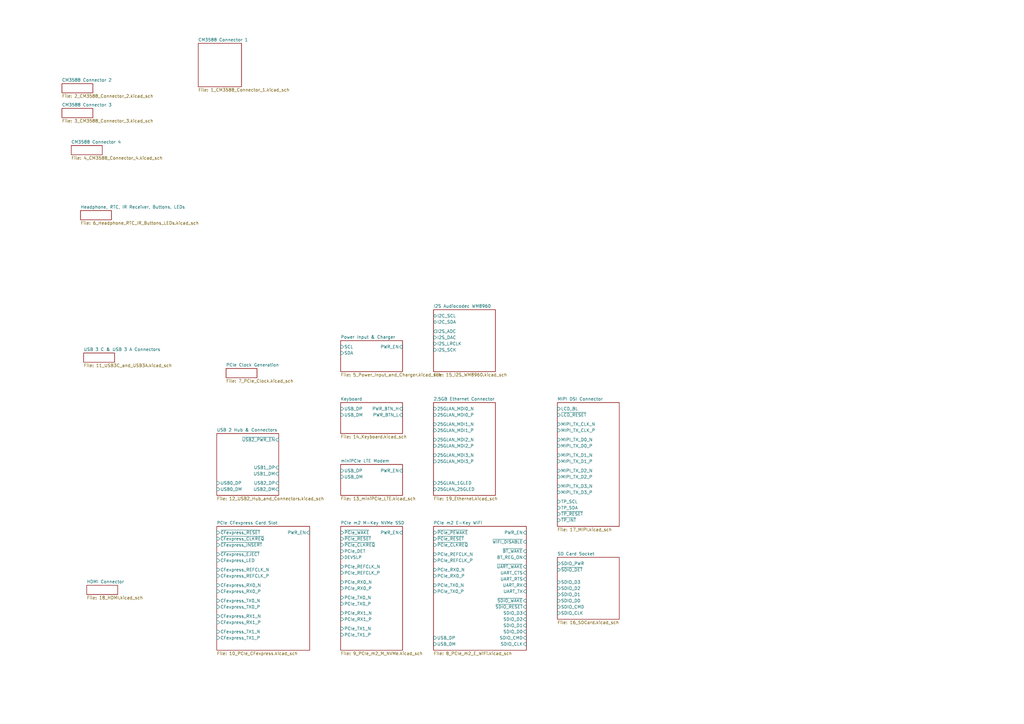
<source format=kicad_sch>
(kicad_sch
	(version 20250114)
	(generator "eeschema")
	(generator_version "9.0")
	(uuid "e8df7ad4-0398-46fe-8df2-22f014c5f1dd")
	(paper "A3")
	(lib_symbols)
	(sheet
		(at 139.7 139.7)
		(size 25.4 12.7)
		(exclude_from_sim no)
		(in_bom yes)
		(on_board yes)
		(dnp no)
		(fields_autoplaced yes)
		(stroke
			(width 0.1524)
			(type solid)
		)
		(fill
			(color 0 0 0 0.0000)
		)
		(uuid "07fa1f4a-4f08-4a00-b91a-2935c9cd6246")
		(property "Sheetname" "Power Input & Charger"
			(at 139.7 138.9884 0)
			(effects
				(font
					(size 1.27 1.27)
				)
				(justify left bottom)
			)
		)
		(property "Sheetfile" "5_Power_Input_and_Charger.kicad_sch"
			(at 139.7 152.9846 0)
			(effects
				(font
					(size 1.27 1.27)
				)
				(justify left top)
			)
		)
		(pin "PWR_EN" input
			(at 165.1 142.24 0)
			(uuid "9c746257-343a-4bac-822d-dd7b5936e7a1")
			(effects
				(font
					(size 1.27 1.27)
				)
				(justify right)
			)
		)
		(pin "SCL" input
			(at 139.7 142.24 180)
			(uuid "97597e3d-8706-412e-9b3a-870d0d1f1565")
			(effects
				(font
					(size 1.27 1.27)
				)
				(justify left)
			)
		)
		(pin "SDA" input
			(at 139.7 144.78 180)
			(uuid "b0cdbb2f-2e01-4b55-89c5-2a1808426770")
			(effects
				(font
					(size 1.27 1.27)
				)
				(justify left)
			)
		)
		(instances
			(project "mainboard"
				(path "/e8df7ad4-0398-46fe-8df2-22f014c5f1dd"
					(page "5")
				)
			)
		)
	)
	(sheet
		(at 81.28 17.78)
		(size 17.78 17.78)
		(exclude_from_sim no)
		(in_bom yes)
		(on_board yes)
		(dnp no)
		(fields_autoplaced yes)
		(stroke
			(width 0.1524)
			(type solid)
		)
		(fill
			(color 0 0 0 0.0000)
		)
		(uuid "179b20ca-7cf4-4c76-8c3b-b8b4c6c25c72")
		(property "Sheetname" "CM3588 Connector 1"
			(at 81.28 17.0684 0)
			(effects
				(font
					(size 1.27 1.27)
				)
				(justify left bottom)
			)
		)
		(property "Sheetfile" "1_CM3588_Connector_1.kicad_sch"
			(at 81.28 36.1446 0)
			(effects
				(font
					(size 1.27 1.27)
				)
				(justify left top)
			)
		)
		(instances
			(project "mainboard"
				(path "/e8df7ad4-0398-46fe-8df2-22f014c5f1dd"
					(page "1")
				)
			)
		)
	)
	(sheet
		(at 35.56 240.03)
		(size 12.7 3.81)
		(exclude_from_sim no)
		(in_bom yes)
		(on_board yes)
		(dnp no)
		(fields_autoplaced yes)
		(stroke
			(width 0.1524)
			(type solid)
		)
		(fill
			(color 0 0 0 0.0000)
		)
		(uuid "18d9dc9f-f158-4b8c-8c03-4e0e0e17c019")
		(property "Sheetname" "HDMI Connector"
			(at 35.56 239.3184 0)
			(effects
				(font
					(size 1.27 1.27)
				)
				(justify left bottom)
			)
		)
		(property "Sheetfile" "18_HDMI.kicad_sch"
			(at 35.56 244.4246 0)
			(effects
				(font
					(size 1.27 1.27)
				)
				(justify left top)
			)
		)
		(instances
			(project "mainboard"
				(path "/e8df7ad4-0398-46fe-8df2-22f014c5f1dd"
					(page "18")
				)
			)
		)
	)
	(sheet
		(at 92.71 151.13)
		(size 12.7 3.81)
		(exclude_from_sim no)
		(in_bom yes)
		(on_board yes)
		(dnp no)
		(fields_autoplaced yes)
		(stroke
			(width 0.1524)
			(type solid)
		)
		(fill
			(color 0 0 0 0.0000)
		)
		(uuid "484c6dee-af44-4b63-a825-46ce928312ff")
		(property "Sheetname" "PCIe Clock Generation"
			(at 92.71 150.4184 0)
			(effects
				(font
					(size 1.27 1.27)
				)
				(justify left bottom)
			)
		)
		(property "Sheetfile" "7_PCIe_Clock.kicad_sch"
			(at 92.71 155.5246 0)
			(effects
				(font
					(size 1.27 1.27)
				)
				(justify left top)
			)
		)
		(instances
			(project "mainboard"
				(path "/e8df7ad4-0398-46fe-8df2-22f014c5f1dd"
					(page "7")
				)
			)
		)
	)
	(sheet
		(at 139.7 215.9)
		(size 25.4 50.8)
		(exclude_from_sim no)
		(in_bom yes)
		(on_board yes)
		(dnp no)
		(fields_autoplaced yes)
		(stroke
			(width 0.1524)
			(type solid)
		)
		(fill
			(color 0 0 0 0.0000)
		)
		(uuid "6669fa1e-f015-4347-b375-5371b2a452c4")
		(property "Sheetname" "PCIe m2 M-Key NVMe SSD"
			(at 139.7 215.1884 0)
			(effects
				(font
					(size 1.27 1.27)
				)
				(justify left bottom)
			)
		)
		(property "Sheetfile" "9_PCIe_m2_M_NVMe.kicad_sch"
			(at 139.7 267.2846 0)
			(effects
				(font
					(size 1.27 1.27)
				)
				(justify left top)
			)
		)
		(pin "DEVSLP" input
			(at 139.7 228.6 180)
			(uuid "8250a307-5bfc-45cd-bcc1-a8e3b110935a")
			(effects
				(font
					(size 1.27 1.27)
				)
				(justify left)
			)
		)
		(pin "PCIe_DET" input
			(at 139.7 226.06 180)
			(uuid "5d36ab89-ee9c-45f1-9c8f-411f04604c30")
			(effects
				(font
					(size 1.27 1.27)
				)
				(justify left)
			)
		)
		(pin "PCIe_REFCLK_N" input
			(at 139.7 232.41 180)
			(uuid "456707b3-ef8a-449b-b780-e7ea84c2fe0f")
			(effects
				(font
					(size 1.27 1.27)
				)
				(justify left)
			)
		)
		(pin "PCIe_REFCLK_P" input
			(at 139.7 234.95 180)
			(uuid "3a6e22a8-1c33-4ccb-8634-0656c7ed4f73")
			(effects
				(font
					(size 1.27 1.27)
				)
				(justify left)
			)
		)
		(pin "PCIe_RX0_N" input
			(at 139.7 238.76 180)
			(uuid "b36f63ee-dda5-4273-8749-7e370dc55816")
			(effects
				(font
					(size 1.27 1.27)
				)
				(justify left)
			)
		)
		(pin "PCIe_RX0_P" input
			(at 139.7 241.3 180)
			(uuid "79078436-955e-4ba2-b5e9-f0115e164c7e")
			(effects
				(font
					(size 1.27 1.27)
				)
				(justify left)
			)
		)
		(pin "PCIe_RX1_N" input
			(at 139.7 251.46 180)
			(uuid "ab0b778b-3805-4636-8b20-f9d4a643390a")
			(effects
				(font
					(size 1.27 1.27)
				)
				(justify left)
			)
		)
		(pin "PCIe_RX1_P" input
			(at 139.7 254 180)
			(uuid "e44f8fa1-d1ae-449a-b73e-ebcffea75acf")
			(effects
				(font
					(size 1.27 1.27)
				)
				(justify left)
			)
		)
		(pin "PCIe_TX0_N" input
			(at 139.7 245.11 180)
			(uuid "8df59557-ebe2-4399-86e1-76227324d036")
			(effects
				(font
					(size 1.27 1.27)
				)
				(justify left)
			)
		)
		(pin "PCIe_TX0_P" input
			(at 139.7 247.65 180)
			(uuid "a3983adb-1f39-45d9-9b6c-038ef2f9cafd")
			(effects
				(font
					(size 1.27 1.27)
				)
				(justify left)
			)
		)
		(pin "PCIe_TX1_N" input
			(at 139.7 257.81 180)
			(uuid "812bc123-58af-4285-8223-066e31c940f8")
			(effects
				(font
					(size 1.27 1.27)
				)
				(justify left)
			)
		)
		(pin "PCIe_TX1_P" input
			(at 139.7 260.35 180)
			(uuid "5b162702-1ec8-4c70-9286-ab9a493e8c20")
			(effects
				(font
					(size 1.27 1.27)
				)
				(justify left)
			)
		)
		(pin "~{PCIe_CLKREQ}" input
			(at 139.7 223.52 180)
			(uuid "2fdb73b0-335b-4c65-a8b9-7614e14944c7")
			(effects
				(font
					(size 1.27 1.27)
				)
				(justify left)
			)
		)
		(pin "~{PCIe_RESET}" input
			(at 139.7 220.98 180)
			(uuid "2235e878-ea99-4ca6-8bc4-70d78ace0891")
			(effects
				(font
					(size 1.27 1.27)
				)
				(justify left)
			)
		)
		(pin "~{PCIe_WAKE}" input
			(at 139.7 218.44 180)
			(uuid "c7155c23-faf8-4a14-b0f7-6850aad77b01")
			(effects
				(font
					(size 1.27 1.27)
				)
				(justify left)
			)
		)
		(pin "PWR_EN" input
			(at 165.1 218.44 0)
			(uuid "5f32886c-3a2e-49d3-9f05-969676369bbf")
			(effects
				(font
					(size 1.27 1.27)
				)
				(justify right)
			)
		)
		(instances
			(project "mainboard"
				(path "/e8df7ad4-0398-46fe-8df2-22f014c5f1dd"
					(page "9")
				)
			)
		)
	)
	(sheet
		(at 25.4 44.45)
		(size 12.7 3.81)
		(exclude_from_sim no)
		(in_bom yes)
		(on_board yes)
		(dnp no)
		(fields_autoplaced yes)
		(stroke
			(width 0.1524)
			(type solid)
		)
		(fill
			(color 0 0 0 0.0000)
		)
		(uuid "68a2b222-807f-4ee1-877f-9299e0573b20")
		(property "Sheetname" "CM3588 Connector 3"
			(at 25.4 43.7384 0)
			(effects
				(font
					(size 1.27 1.27)
				)
				(justify left bottom)
			)
		)
		(property "Sheetfile" "3_CM3588_Connector_3.kicad_sch"
			(at 25.4 48.8446 0)
			(effects
				(font
					(size 1.27 1.27)
				)
				(justify left top)
			)
		)
		(instances
			(project "mainboard"
				(path "/e8df7ad4-0398-46fe-8df2-22f014c5f1dd"
					(page "3")
				)
			)
		)
	)
	(sheet
		(at 139.7 190.5)
		(size 25.4 12.7)
		(exclude_from_sim no)
		(in_bom yes)
		(on_board yes)
		(dnp no)
		(fields_autoplaced yes)
		(stroke
			(width 0.1524)
			(type solid)
		)
		(fill
			(color 0 0 0 0.0000)
		)
		(uuid "8644110b-fd44-4bf7-8252-8da3b2442694")
		(property "Sheetname" "miniPCIe LTE Modem"
			(at 139.7 189.7884 0)
			(effects
				(font
					(size 1.27 1.27)
				)
				(justify left bottom)
			)
		)
		(property "Sheetfile" "13_miniPCIe_LTE.kicad_sch"
			(at 139.7 203.7846 0)
			(effects
				(font
					(size 1.27 1.27)
				)
				(justify left top)
			)
		)
		(pin "PWR_EN" input
			(at 165.1 193.04 0)
			(uuid "ec6ac0a6-97a2-4b59-a772-9f3389ff4408")
			(effects
				(font
					(size 1.27 1.27)
				)
				(justify right)
			)
		)
		(pin "USB_DM" input
			(at 139.7 195.58 180)
			(uuid "37a4b681-5ee7-49b0-a3ba-f36d8b9018e1")
			(effects
				(font
					(size 1.27 1.27)
				)
				(justify left)
			)
		)
		(pin "USB_DP" input
			(at 139.7 193.04 180)
			(uuid "c6ffd364-60bb-4929-8078-449c68b24900")
			(effects
				(font
					(size 1.27 1.27)
				)
				(justify left)
			)
		)
		(instances
			(project "mainboard"
				(path "/e8df7ad4-0398-46fe-8df2-22f014c5f1dd"
					(page "13")
				)
			)
		)
	)
	(sheet
		(at 228.6 228.6)
		(size 25.4 25.4)
		(exclude_from_sim no)
		(in_bom yes)
		(on_board yes)
		(dnp no)
		(fields_autoplaced yes)
		(stroke
			(width 0.1524)
			(type solid)
		)
		(fill
			(color 0 0 0 0.0000)
		)
		(uuid "8986aa19-15b1-4e69-80f7-caad2369fd75")
		(property "Sheetname" "SD Card Socket"
			(at 228.6 227.8884 0)
			(effects
				(font
					(size 1.27 1.27)
				)
				(justify left bottom)
			)
		)
		(property "Sheetfile" "16_SDCard.kicad_sch"
			(at 228.6 254.5846 0)
			(effects
				(font
					(size 1.27 1.27)
				)
				(justify left top)
			)
		)
		(pin "SDIO_CLK" input
			(at 228.6 251.46 180)
			(uuid "5922c684-81ff-4ac7-a249-28de417cbd79")
			(effects
				(font
					(size 1.27 1.27)
				)
				(justify left)
			)
		)
		(pin "SDIO_CMD" input
			(at 228.6 248.92 180)
			(uuid "04798fc1-704d-412a-837b-ad01e756cde4")
			(effects
				(font
					(size 1.27 1.27)
				)
				(justify left)
			)
		)
		(pin "SDIO_D0" input
			(at 228.6 246.38 180)
			(uuid "98c40254-3c59-43b8-b396-350849a941eb")
			(effects
				(font
					(size 1.27 1.27)
				)
				(justify left)
			)
		)
		(pin "SDIO_D1" input
			(at 228.6 243.84 180)
			(uuid "b36ea8da-9488-4979-b292-96e7f3a85ce8")
			(effects
				(font
					(size 1.27 1.27)
				)
				(justify left)
			)
		)
		(pin "SDIO_D2" input
			(at 228.6 241.3 180)
			(uuid "25aba3a3-f141-4163-82f3-1534fbcd1254")
			(effects
				(font
					(size 1.27 1.27)
				)
				(justify left)
			)
		)
		(pin "SDIO_D3" input
			(at 228.6 238.76 180)
			(uuid "9e5ad54f-74b3-46dd-84b0-5f64f560da29")
			(effects
				(font
					(size 1.27 1.27)
				)
				(justify left)
			)
		)
		(pin "SDIO_PWR" input
			(at 228.6 231.14 180)
			(uuid "387bb889-8a39-4cfd-b095-2e3c82a064b7")
			(effects
				(font
					(size 1.27 1.27)
				)
				(justify left)
			)
		)
		(pin "~{SDIO_DET}" input
			(at 228.6 233.68 180)
			(uuid "eba96f60-e7b5-4ef1-b004-2902c1783fe6")
			(effects
				(font
					(size 1.27 1.27)
				)
				(justify left)
			)
		)
		(instances
			(project "mainboard"
				(path "/e8df7ad4-0398-46fe-8df2-22f014c5f1dd"
					(page "16")
				)
			)
		)
	)
	(sheet
		(at 88.9 177.8)
		(size 25.4 25.4)
		(exclude_from_sim no)
		(in_bom yes)
		(on_board yes)
		(dnp no)
		(fields_autoplaced yes)
		(stroke
			(width 0.1524)
			(type solid)
		)
		(fill
			(color 0 0 0 0.0000)
		)
		(uuid "8cfb5e11-a71f-45fa-8675-4058f56774f6")
		(property "Sheetname" "USB 2 Hub & Connectors"
			(at 88.9 177.0884 0)
			(effects
				(font
					(size 1.27 1.27)
				)
				(justify left bottom)
			)
		)
		(property "Sheetfile" "12_USB2_Hub_and_Connectors.kicad_sch"
			(at 88.9 203.7846 0)
			(effects
				(font
					(size 1.27 1.27)
				)
				(justify left top)
			)
		)
		(pin "USB0_DM" input
			(at 88.9 200.66 180)
			(uuid "ca270ec5-a1d1-4a42-9e54-696220ff0552")
			(effects
				(font
					(size 1.27 1.27)
				)
				(justify left)
			)
		)
		(pin "USB0_DP" input
			(at 88.9 198.12 180)
			(uuid "2fb0affe-27af-4e28-ad88-b142b2347e61")
			(effects
				(font
					(size 1.27 1.27)
				)
				(justify left)
			)
		)
		(pin "USB1_DM" input
			(at 114.3 194.31 0)
			(uuid "5c057282-1336-4c21-8ed3-1080c9cc2eb1")
			(effects
				(font
					(size 1.27 1.27)
				)
				(justify right)
			)
		)
		(pin "USB1_DP" input
			(at 114.3 191.77 0)
			(uuid "caedf5cb-fc1e-4344-87f8-1e5e81960ec9")
			(effects
				(font
					(size 1.27 1.27)
				)
				(justify right)
			)
		)
		(pin "USB2_DM" input
			(at 114.3 200.66 0)
			(uuid "3d4f735f-2fc0-4019-ade8-0f74c33e846f")
			(effects
				(font
					(size 1.27 1.27)
				)
				(justify right)
			)
		)
		(pin "USB2_DP" input
			(at 114.3 198.12 0)
			(uuid "fdf275ae-ae4b-480d-b9d9-56bf6ad85e28")
			(effects
				(font
					(size 1.27 1.27)
				)
				(justify right)
			)
		)
		(pin "~{USB2_PWR_EN}" input
			(at 114.3 180.34 0)
			(uuid "70feb4e7-a4a5-4693-bc11-e84872980dbd")
			(effects
				(font
					(size 1.27 1.27)
				)
				(justify right)
			)
		)
		(instances
			(project "mainboard"
				(path "/e8df7ad4-0398-46fe-8df2-22f014c5f1dd"
					(page "12")
				)
			)
		)
	)
	(sheet
		(at 228.6 165.1)
		(size 25.4 50.8)
		(exclude_from_sim no)
		(in_bom yes)
		(on_board yes)
		(dnp no)
		(fields_autoplaced yes)
		(stroke
			(width 0.1524)
			(type solid)
		)
		(fill
			(color 0 0 0 0.0000)
		)
		(uuid "92c68f36-3049-4ded-92bc-6a7d51e36adb")
		(property "Sheetname" "MIPI DSI Connector"
			(at 228.6 164.3884 0)
			(effects
				(font
					(size 1.27 1.27)
				)
				(justify left bottom)
			)
		)
		(property "Sheetfile" "17_MIPI.kicad_sch"
			(at 228.6 216.4846 0)
			(effects
				(font
					(size 1.27 1.27)
				)
				(justify left top)
			)
		)
		(pin "LCD_BL" input
			(at 228.6 167.64 180)
			(uuid "9d492064-8544-4e1e-a2d8-5f9e4f95ba72")
			(effects
				(font
					(size 1.27 1.27)
				)
				(justify left)
			)
		)
		(pin "MIPI_TX_CLK_N" input
			(at 228.6 173.99 180)
			(uuid "a80b5fad-fe20-4e7f-a777-be214113ffcd")
			(effects
				(font
					(size 1.27 1.27)
				)
				(justify left)
			)
		)
		(pin "MIPI_TX_CLK_P" input
			(at 228.6 176.53 180)
			(uuid "8f335182-66ad-4fa0-88e5-f4c0ce875b5b")
			(effects
				(font
					(size 1.27 1.27)
				)
				(justify left)
			)
		)
		(pin "MIPI_TX_D0_N" input
			(at 228.6 180.34 180)
			(uuid "3a6a22c8-b725-45a7-8b0e-108a0bf72b03")
			(effects
				(font
					(size 1.27 1.27)
				)
				(justify left)
			)
		)
		(pin "MIPI_TX_D0_P" input
			(at 228.6 182.88 180)
			(uuid "cd7c76a9-9d47-49c3-b15f-a5d637f8aab5")
			(effects
				(font
					(size 1.27 1.27)
				)
				(justify left)
			)
		)
		(pin "MIPI_TX_D1_N" input
			(at 228.6 186.69 180)
			(uuid "c66954df-ff6e-43ec-b246-47354d477309")
			(effects
				(font
					(size 1.27 1.27)
				)
				(justify left)
			)
		)
		(pin "MIPI_TX_D1_P" input
			(at 228.6 189.23 180)
			(uuid "30b815db-ee5e-4301-a847-d31a548ffea8")
			(effects
				(font
					(size 1.27 1.27)
				)
				(justify left)
			)
		)
		(pin "MIPI_TX_D2_N" input
			(at 228.6 193.04 180)
			(uuid "3ca4dc06-dd5f-4a08-986b-f22b6929833f")
			(effects
				(font
					(size 1.27 1.27)
				)
				(justify left)
			)
		)
		(pin "MIPI_TX_D2_P" input
			(at 228.6 195.58 180)
			(uuid "b48601a3-d718-459e-bd17-bbe69589ba72")
			(effects
				(font
					(size 1.27 1.27)
				)
				(justify left)
			)
		)
		(pin "MIPI_TX_D3_N" input
			(at 228.6 199.39 180)
			(uuid "964b1996-6a8a-44b6-ac53-b7fb548f5417")
			(effects
				(font
					(size 1.27 1.27)
				)
				(justify left)
			)
		)
		(pin "MIPI_TX_D3_P" input
			(at 228.6 201.93 180)
			(uuid "d5e198b6-df83-4a6f-9700-f4c6da2705bc")
			(effects
				(font
					(size 1.27 1.27)
				)
				(justify left)
			)
		)
		(pin "TP_SCL" input
			(at 228.6 205.74 180)
			(uuid "3de87970-0d10-43cb-a78c-6a0175a9f388")
			(effects
				(font
					(size 1.27 1.27)
				)
				(justify left)
			)
		)
		(pin "TP_SDA" input
			(at 228.6 208.28 180)
			(uuid "b5bd621e-d51d-448d-8f04-54a1a6b6d179")
			(effects
				(font
					(size 1.27 1.27)
				)
				(justify left)
			)
		)
		(pin "~{LCD_RESET}" input
			(at 228.6 170.18 180)
			(uuid "8f2106b5-0ebe-42bf-b69b-be8dd07e77fc")
			(effects
				(font
					(size 1.27 1.27)
				)
				(justify left)
			)
		)
		(pin "~{TP_INT}" input
			(at 228.6 213.36 180)
			(uuid "c3b4b5c9-0c4b-4798-ade9-b3f24d493762")
			(effects
				(font
					(size 1.27 1.27)
				)
				(justify left)
			)
		)
		(pin "~{TP_RESET}" input
			(at 228.6 210.82 180)
			(uuid "3109ae4e-d3f2-4604-a16b-4e677b66da7b")
			(effects
				(font
					(size 1.27 1.27)
				)
				(justify left)
			)
		)
		(instances
			(project "mainboard"
				(path "/e8df7ad4-0398-46fe-8df2-22f014c5f1dd"
					(page "17")
				)
			)
		)
	)
	(sheet
		(at 29.21 59.69)
		(size 12.7 3.81)
		(exclude_from_sim no)
		(in_bom yes)
		(on_board yes)
		(dnp no)
		(fields_autoplaced yes)
		(stroke
			(width 0.1524)
			(type solid)
		)
		(fill
			(color 0 0 0 0.0000)
		)
		(uuid "98643362-4360-4082-9fcf-14e673c38aa5")
		(property "Sheetname" "CM3588 Connector 4"
			(at 29.21 58.9784 0)
			(effects
				(font
					(size 1.27 1.27)
				)
				(justify left bottom)
			)
		)
		(property "Sheetfile" "4_CM3588_Connector_4.kicad_sch"
			(at 29.21 64.0846 0)
			(effects
				(font
					(size 1.27 1.27)
				)
				(justify left top)
			)
		)
		(instances
			(project "mainboard"
				(path "/e8df7ad4-0398-46fe-8df2-22f014c5f1dd"
					(page "4")
				)
			)
		)
	)
	(sheet
		(at 177.8 165.1)
		(size 25.4 38.1)
		(exclude_from_sim no)
		(in_bom yes)
		(on_board yes)
		(dnp no)
		(fields_autoplaced yes)
		(stroke
			(width 0.1524)
			(type solid)
		)
		(fill
			(color 0 0 0 0.0000)
		)
		(uuid "a5e27188-7231-4ab7-9c42-d430df737766")
		(property "Sheetname" "2.5GB Ethernet Connector"
			(at 177.8 164.3884 0)
			(effects
				(font
					(size 1.27 1.27)
				)
				(justify left bottom)
			)
		)
		(property "Sheetfile" "19_Ethernet.kicad_sch"
			(at 177.8 203.7846 0)
			(effects
				(font
					(size 1.27 1.27)
				)
				(justify left top)
			)
		)
		(pin "25GLAN_1GLED" input
			(at 177.8 198.12 180)
			(uuid "ea970541-ad9d-4d0d-8547-911cd1b37aa9")
			(effects
				(font
					(size 1.27 1.27)
				)
				(justify left)
			)
		)
		(pin "25GLAN_25GLED" input
			(at 177.8 200.66 180)
			(uuid "24cd0925-74b4-4560-a33f-7ae7e76c3a3e")
			(effects
				(font
					(size 1.27 1.27)
				)
				(justify left)
			)
		)
		(pin "25GLAN_MDI0_N" input
			(at 177.8 167.64 180)
			(uuid "f4af2d9b-10aa-40d9-9350-e6784521ac08")
			(effects
				(font
					(size 1.27 1.27)
				)
				(justify left)
			)
		)
		(pin "25GLAN_MDI0_P" input
			(at 177.8 170.18 180)
			(uuid "8dc62061-0699-45aa-8299-c65240602a1a")
			(effects
				(font
					(size 1.27 1.27)
				)
				(justify left)
			)
		)
		(pin "25GLAN_MDI1_N" input
			(at 177.8 173.99 180)
			(uuid "43d26a30-eace-40b0-aa03-d92c1c451f27")
			(effects
				(font
					(size 1.27 1.27)
				)
				(justify left)
			)
		)
		(pin "25GLAN_MDI1_P" input
			(at 177.8 176.53 180)
			(uuid "be8f7c3b-1e68-430d-85c9-d46a41f163fc")
			(effects
				(font
					(size 1.27 1.27)
				)
				(justify left)
			)
		)
		(pin "25GLAN_MDI2_N" input
			(at 177.8 180.34 180)
			(uuid "d967f382-784f-41fb-b4e8-dee48dc0690a")
			(effects
				(font
					(size 1.27 1.27)
				)
				(justify left)
			)
		)
		(pin "25GLAN_MDI2_P" input
			(at 177.8 182.88 180)
			(uuid "c38142cb-b0fb-4b38-9cc8-5fc01535ef0e")
			(effects
				(font
					(size 1.27 1.27)
				)
				(justify left)
			)
		)
		(pin "25GLAN_MDI3_N" input
			(at 177.8 186.69 180)
			(uuid "f5e953cf-b5bc-460c-a839-2c64b5e03602")
			(effects
				(font
					(size 1.27 1.27)
				)
				(justify left)
			)
		)
		(pin "25GLAN_MDI3_P" input
			(at 177.8 189.23 180)
			(uuid "f14274d4-a744-4264-9042-6c9ae352287b")
			(effects
				(font
					(size 1.27 1.27)
				)
				(justify left)
			)
		)
		(instances
			(project "mainboard"
				(path "/e8df7ad4-0398-46fe-8df2-22f014c5f1dd"
					(page "19")
				)
			)
		)
	)
	(sheet
		(at 177.8 215.9)
		(size 38.1 50.8)
		(exclude_from_sim no)
		(in_bom yes)
		(on_board yes)
		(dnp no)
		(fields_autoplaced yes)
		(stroke
			(width 0.1524)
			(type solid)
		)
		(fill
			(color 0 0 0 0.0000)
		)
		(uuid "a6c4e84f-5700-4370-a676-0959800a711a")
		(property "Sheetname" "PCIe m2 E-Key WiFi"
			(at 177.8 215.1884 0)
			(effects
				(font
					(size 1.27 1.27)
				)
				(justify left bottom)
			)
		)
		(property "Sheetfile" "8_PCIe_m2_E_WiFi.kicad_sch"
			(at 177.8 267.2846 0)
			(effects
				(font
					(size 1.27 1.27)
				)
				(justify left top)
			)
		)
		(pin "BT_REG_ON" input
			(at 215.9 228.6 0)
			(uuid "a419b7ef-d2ce-48c8-9df0-fcf1a3ee2669")
			(effects
				(font
					(size 1.27 1.27)
				)
				(justify right)
			)
		)
		(pin "PCIe_REFCLK_N" input
			(at 177.8 227.33 180)
			(uuid "ca33330a-3ba5-40ef-bc00-d2d7c19c15d3")
			(effects
				(font
					(size 1.27 1.27)
				)
				(justify left)
			)
		)
		(pin "PCIe_REFCLK_P" input
			(at 177.8 229.87 180)
			(uuid "61da3f16-0238-4bb8-a176-9311cc4d7c2b")
			(effects
				(font
					(size 1.27 1.27)
				)
				(justify left)
			)
		)
		(pin "PCIe_RX0_N" input
			(at 177.8 233.68 180)
			(uuid "8228758c-c887-4d14-aa2c-d1df368fa549")
			(effects
				(font
					(size 1.27 1.27)
				)
				(justify left)
			)
		)
		(pin "PCIe_RX0_P" input
			(at 177.8 236.22 180)
			(uuid "dfc69cb8-e98f-4d79-8e62-5d3b37eecdea")
			(effects
				(font
					(size 1.27 1.27)
				)
				(justify left)
			)
		)
		(pin "PCIe_TX0_N" input
			(at 177.8 240.03 180)
			(uuid "78154470-766a-439c-8d1c-92322baaa908")
			(effects
				(font
					(size 1.27 1.27)
				)
				(justify left)
			)
		)
		(pin "PCIe_TX0_P" input
			(at 177.8 242.57 180)
			(uuid "503d3434-3c92-4a17-8739-9187ca703ca5")
			(effects
				(font
					(size 1.27 1.27)
				)
				(justify left)
			)
		)
		(pin "PWR_EN" input
			(at 215.9 218.44 0)
			(uuid "a7721f1a-3755-4947-91e0-d0b49bc47497")
			(effects
				(font
					(size 1.27 1.27)
				)
				(justify right)
			)
		)
		(pin "SDIO_CLK" input
			(at 215.9 264.16 0)
			(uuid "89183d58-0cbf-45e9-998f-97e595956f39")
			(effects
				(font
					(size 1.27 1.27)
				)
				(justify right)
			)
		)
		(pin "SDIO_CMD" input
			(at 215.9 261.62 0)
			(uuid "3bb7f4f1-9a71-4b78-b11b-4ca417f19018")
			(effects
				(font
					(size 1.27 1.27)
				)
				(justify right)
			)
		)
		(pin "SDIO_D0" input
			(at 215.9 259.08 0)
			(uuid "499148c3-e452-4ed6-b36a-c0e2089c3a94")
			(effects
				(font
					(size 1.27 1.27)
				)
				(justify right)
			)
		)
		(pin "SDIO_D1" input
			(at 215.9 256.54 0)
			(uuid "1400c6b0-63da-4346-9fb5-4902b32a7de9")
			(effects
				(font
					(size 1.27 1.27)
				)
				(justify right)
			)
		)
		(pin "SDIO_D2" input
			(at 215.9 254 0)
			(uuid "37efb270-c9d5-4b1b-be84-7619150bb51b")
			(effects
				(font
					(size 1.27 1.27)
				)
				(justify right)
			)
		)
		(pin "SDIO_D3" input
			(at 215.9 251.46 0)
			(uuid "1dee3050-9556-46d2-a108-a109e34b8695")
			(effects
				(font
					(size 1.27 1.27)
				)
				(justify right)
			)
		)
		(pin "UART_CTS" input
			(at 215.9 234.95 0)
			(uuid "b651bca2-48fb-403b-8841-d46b695d6cfc")
			(effects
				(font
					(size 1.27 1.27)
				)
				(justify right)
			)
		)
		(pin "UART_RTS" input
			(at 215.9 237.49 0)
			(uuid "178e3ca4-fb21-4b7a-a25a-558444f803c6")
			(effects
				(font
					(size 1.27 1.27)
				)
				(justify right)
			)
		)
		(pin "UART_RX" input
			(at 215.9 240.03 0)
			(uuid "2f9ac340-3503-4c65-8831-74bdd8592184")
			(effects
				(font
					(size 1.27 1.27)
				)
				(justify right)
			)
		)
		(pin "UART_TX" input
			(at 215.9 242.57 0)
			(uuid "1c71a551-eee1-48d4-b955-f9bc9aa211b6")
			(effects
				(font
					(size 1.27 1.27)
				)
				(justify right)
			)
		)
		(pin "USB_DM" input
			(at 177.8 264.16 180)
			(uuid "c0331a03-48c8-4488-8c45-a89ec165729c")
			(effects
				(font
					(size 1.27 1.27)
				)
				(justify left)
			)
		)
		(pin "USB_DP" input
			(at 177.8 261.62 180)
			(uuid "acb8ba47-8f80-4fa0-be1d-36d1669db348")
			(effects
				(font
					(size 1.27 1.27)
				)
				(justify left)
			)
		)
		(pin "~{BT_WAKE}" input
			(at 215.9 226.06 0)
			(uuid "a216ab39-c948-4b57-9a98-3bd3e87d2e01")
			(effects
				(font
					(size 1.27 1.27)
				)
				(justify right)
			)
		)
		(pin "~{PCIe_CLKREQ}" input
			(at 177.8 223.52 180)
			(uuid "4bff014c-8b0d-48a3-b158-8f9f6e4951ad")
			(effects
				(font
					(size 1.27 1.27)
				)
				(justify left)
			)
		)
		(pin "~{PCIe_PEWAKE}" input
			(at 177.8 218.44 180)
			(uuid "d7264f83-4ba1-489e-9a91-27a7834d0ff4")
			(effects
				(font
					(size 1.27 1.27)
				)
				(justify left)
			)
		)
		(pin "~{PCIe_RESET}" input
			(at 177.8 220.98 180)
			(uuid "b58f351d-6c24-407f-a647-c139a0292561")
			(effects
				(font
					(size 1.27 1.27)
				)
				(justify left)
			)
		)
		(pin "~{SDIO_RESET}" input
			(at 215.9 248.92 0)
			(uuid "dee584bb-8033-4eeb-b90d-86d151453088")
			(effects
				(font
					(size 1.27 1.27)
				)
				(justify right)
			)
		)
		(pin "~{SDIO_WAKE}" input
			(at 215.9 246.38 0)
			(uuid "ddb31367-03bd-4df6-b0ba-7254b66df4d9")
			(effects
				(font
					(size 1.27 1.27)
				)
				(justify right)
			)
		)
		(pin "~{UART_WAKE}" input
			(at 215.9 232.41 0)
			(uuid "ed4b98d1-e965-49cc-8add-ab57c8718b2c")
			(effects
				(font
					(size 1.27 1.27)
				)
				(justify right)
			)
		)
		(pin "~{WIFI_DISABLE}" input
			(at 215.9 222.25 0)
			(uuid "20ceb7d5-05bb-4826-b8b7-95f4ba3358d9")
			(effects
				(font
					(size 1.27 1.27)
				)
				(justify right)
			)
		)
		(instances
			(project "mainboard"
				(path "/e8df7ad4-0398-46fe-8df2-22f014c5f1dd"
					(page "8")
				)
			)
		)
	)
	(sheet
		(at 177.8 127)
		(size 25.4 25.4)
		(exclude_from_sim no)
		(in_bom yes)
		(on_board yes)
		(dnp no)
		(fields_autoplaced yes)
		(stroke
			(width 0.1524)
			(type solid)
		)
		(fill
			(color 0 0 0 0.0000)
		)
		(uuid "b257af20-c8e7-4b15-a490-5e02f5f9fd5b")
		(property "Sheetname" "I2S Audiocodec WM8960"
			(at 177.8 126.2884 0)
			(effects
				(font
					(size 1.27 1.27)
				)
				(justify left bottom)
			)
		)
		(property "Sheetfile" "15_I2S_WM8960.kicad_sch"
			(at 177.8 152.9846 0)
			(effects
				(font
					(size 1.27 1.27)
				)
				(justify left top)
			)
		)
		(pin "I2C_SCL" bidirectional
			(at 177.8 129.54 180)
			(uuid "979cdd8e-a106-445d-b8a7-48f177e59667")
			(effects
				(font
					(size 1.27 1.27)
				)
				(justify left)
			)
		)
		(pin "I2C_SDA" bidirectional
			(at 177.8 132.08 180)
			(uuid "282c9627-54b5-4aa2-bee8-89a08e502522")
			(effects
				(font
					(size 1.27 1.27)
				)
				(justify left)
			)
		)
		(pin "I2S_ADC" output
			(at 177.8 135.89 180)
			(uuid "a05cbe98-0618-446b-883e-d0c320231d4f")
			(effects
				(font
					(size 1.27 1.27)
				)
				(justify left)
			)
		)
		(pin "I2S_DAC" input
			(at 177.8 138.43 180)
			(uuid "b2c31b22-7b40-4714-bd58-1e419d037485")
			(effects
				(font
					(size 1.27 1.27)
				)
				(justify left)
			)
		)
		(pin "I2S_LRCLK" input
			(at 177.8 140.97 180)
			(uuid "db7ee098-c218-4701-9252-75e9f0dd2637")
			(effects
				(font
					(size 1.27 1.27)
				)
				(justify left)
			)
		)
		(pin "I2S_SCK" input
			(at 177.8 143.51 180)
			(uuid "29494526-8279-4f0f-9c50-01e51fd57fc1")
			(effects
				(font
					(size 1.27 1.27)
				)
				(justify left)
			)
		)
		(instances
			(project "mainboard"
				(path "/e8df7ad4-0398-46fe-8df2-22f014c5f1dd"
					(page "15")
				)
			)
		)
	)
	(sheet
		(at 34.29 144.78)
		(size 12.7 3.81)
		(exclude_from_sim no)
		(in_bom yes)
		(on_board yes)
		(dnp no)
		(fields_autoplaced yes)
		(stroke
			(width 0.1524)
			(type solid)
		)
		(fill
			(color 0 0 0 0.0000)
		)
		(uuid "b40728d0-bb26-4ad0-892e-a0f99316494b")
		(property "Sheetname" "USB 3 C & USB 3 A Connectors"
			(at 34.29 144.0684 0)
			(effects
				(font
					(size 1.27 1.27)
				)
				(justify left bottom)
			)
		)
		(property "Sheetfile" "11_USB3C_and_USB3A.kicad_sch"
			(at 34.29 149.1746 0)
			(effects
				(font
					(size 1.27 1.27)
				)
				(justify left top)
			)
		)
		(instances
			(project "mainboard"
				(path "/e8df7ad4-0398-46fe-8df2-22f014c5f1dd"
					(page "11")
				)
			)
		)
	)
	(sheet
		(at 139.7 165.1)
		(size 25.4 12.7)
		(exclude_from_sim no)
		(in_bom yes)
		(on_board yes)
		(dnp no)
		(fields_autoplaced yes)
		(stroke
			(width 0.1524)
			(type solid)
		)
		(fill
			(color 0 0 0 0.0000)
		)
		(uuid "b53c68d6-890a-48ca-a848-4e830d0e96f7")
		(property "Sheetname" "Keyboard"
			(at 139.7 164.3884 0)
			(effects
				(font
					(size 1.27 1.27)
				)
				(justify left bottom)
			)
		)
		(property "Sheetfile" "14_Keyboard.kicad_sch"
			(at 139.7 178.3846 0)
			(effects
				(font
					(size 1.27 1.27)
				)
				(justify left top)
			)
		)
		(pin "PWR_BTN_H" input
			(at 165.1 167.64 0)
			(uuid "1151f74b-5bf2-43de-9db9-dae44e5dae90")
			(effects
				(font
					(size 1.27 1.27)
				)
				(justify right)
			)
		)
		(pin "PWR_BTN_L" input
			(at 165.1 170.18 0)
			(uuid "054e1e44-e3b6-4aa1-aea6-ebb76a91a1b6")
			(effects
				(font
					(size 1.27 1.27)
				)
				(justify right)
			)
		)
		(pin "USB_DM" input
			(at 139.7 170.18 180)
			(uuid "377c48ba-a833-4be0-8010-3f9bd4d83cd6")
			(effects
				(font
					(size 1.27 1.27)
				)
				(justify left)
			)
		)
		(pin "USB_DP" input
			(at 139.7 167.64 180)
			(uuid "36a1d5e1-593c-4dc9-9697-1f6db05d487a")
			(effects
				(font
					(size 1.27 1.27)
				)
				(justify left)
			)
		)
		(instances
			(project "mainboard"
				(path "/e8df7ad4-0398-46fe-8df2-22f014c5f1dd"
					(page "14")
				)
			)
		)
	)
	(sheet
		(at 25.4 34.29)
		(size 12.7 3.81)
		(exclude_from_sim no)
		(in_bom yes)
		(on_board yes)
		(dnp no)
		(fields_autoplaced yes)
		(stroke
			(width 0.1524)
			(type solid)
		)
		(fill
			(color 0 0 0 0.0000)
		)
		(uuid "bcd9a7a9-7c30-4b20-85c5-75455db96f45")
		(property "Sheetname" "CM3588 Connector 2"
			(at 25.4 33.5784 0)
			(effects
				(font
					(size 1.27 1.27)
				)
				(justify left bottom)
			)
		)
		(property "Sheetfile" "2_CM3588_Connector_2.kicad_sch"
			(at 25.4 38.6846 0)
			(effects
				(font
					(size 1.27 1.27)
				)
				(justify left top)
			)
		)
		(instances
			(project "mainboard"
				(path "/e8df7ad4-0398-46fe-8df2-22f014c5f1dd"
					(page "2")
				)
			)
		)
	)
	(sheet
		(at 33.02 86.36)
		(size 12.7 3.81)
		(exclude_from_sim no)
		(in_bom yes)
		(on_board yes)
		(dnp no)
		(fields_autoplaced yes)
		(stroke
			(width 0.1524)
			(type solid)
		)
		(fill
			(color 0 0 0 0.0000)
		)
		(uuid "c1c653fe-8be5-421f-be33-d886be37e0a5")
		(property "Sheetname" "Headphone, RTC, IR Receiver, Buttons, LEDs"
			(at 33.02 85.6484 0)
			(effects
				(font
					(size 1.27 1.27)
				)
				(justify left bottom)
			)
		)
		(property "Sheetfile" "6_Headphone_RTC_IR_Buttons_LEDs.kicad_sch"
			(at 33.02 90.7546 0)
			(effects
				(font
					(size 1.27 1.27)
				)
				(justify left top)
			)
		)
		(instances
			(project "mainboard"
				(path "/e8df7ad4-0398-46fe-8df2-22f014c5f1dd"
					(page "6")
				)
			)
		)
	)
	(sheet
		(at 88.9 215.9)
		(size 38.1 50.8)
		(exclude_from_sim no)
		(in_bom yes)
		(on_board yes)
		(dnp no)
		(fields_autoplaced yes)
		(stroke
			(width 0.1524)
			(type solid)
		)
		(fill
			(color 0 0 0 0.0000)
		)
		(uuid "e7fb8ba8-ec6e-4e12-955d-f90b904d700b")
		(property "Sheetname" "PCIe CFexpress Card Slot"
			(at 88.9 215.1884 0)
			(effects
				(font
					(size 1.27 1.27)
				)
				(justify left bottom)
			)
		)
		(property "Sheetfile" "10_PCIe_CFexpress.kicad_sch"
			(at 88.9 267.2846 0)
			(effects
				(font
					(size 1.27 1.27)
				)
				(justify left top)
			)
		)
		(pin "CFexpress_LED" input
			(at 88.9 229.87 180)
			(uuid "7f20fd53-5c32-46c7-b616-9394b4b3e450")
			(effects
				(font
					(size 1.27 1.27)
				)
				(justify left)
			)
		)
		(pin "CFexpress_REFCLK_N" input
			(at 88.9 233.68 180)
			(uuid "7e10c469-c2e8-4fbc-bf63-6def32290df0")
			(effects
				(font
					(size 1.27 1.27)
				)
				(justify left)
			)
		)
		(pin "CFexpress_REFCLK_P" input
			(at 88.9 236.22 180)
			(uuid "80328fbd-27ed-4350-b2df-5d329539f5d0")
			(effects
				(font
					(size 1.27 1.27)
				)
				(justify left)
			)
		)
		(pin "CFexpress_RX0_N" input
			(at 88.9 240.03 180)
			(uuid "49e4fc59-f62d-4421-b763-532a156bf865")
			(effects
				(font
					(size 1.27 1.27)
				)
				(justify left)
			)
		)
		(pin "CFexpress_RX0_P" input
			(at 88.9 242.57 180)
			(uuid "7c7c7e1f-908c-4b2b-8902-8a5360534190")
			(effects
				(font
					(size 1.27 1.27)
				)
				(justify left)
			)
		)
		(pin "CFexpress_RX1_N" input
			(at 88.9 252.73 180)
			(uuid "cb54363a-bc1f-465d-94e8-91913d6b4ed9")
			(effects
				(font
					(size 1.27 1.27)
				)
				(justify left)
			)
		)
		(pin "CFexpress_RX1_P" input
			(at 88.9 255.27 180)
			(uuid "4b31b07c-8cde-4dc5-9e19-b1f99c03a64a")
			(effects
				(font
					(size 1.27 1.27)
				)
				(justify left)
			)
		)
		(pin "CFexpress_TX0_N" input
			(at 88.9 246.38 180)
			(uuid "10b39ea9-36d1-43c3-a67d-d821fbee7866")
			(effects
				(font
					(size 1.27 1.27)
				)
				(justify left)
			)
		)
		(pin "CFexpress_TX0_P" input
			(at 88.9 248.92 180)
			(uuid "ef0dc058-10cb-4ef3-bae6-cea37af5df9d")
			(effects
				(font
					(size 1.27 1.27)
				)
				(justify left)
			)
		)
		(pin "CFexpress_TX1_N" input
			(at 88.9 259.08 180)
			(uuid "6f464b3b-a1b2-4177-9975-08719072dda4")
			(effects
				(font
					(size 1.27 1.27)
				)
				(justify left)
			)
		)
		(pin "CFexpress_TX1_P" input
			(at 88.9 261.62 180)
			(uuid "93691a62-0368-4fb0-8b45-f5aa322d7f33")
			(effects
				(font
					(size 1.27 1.27)
				)
				(justify left)
			)
		)
		(pin "PWR_EN" input
			(at 127 218.44 0)
			(uuid "516b7fcc-9a5d-4115-9565-ec92c8d13f6f")
			(effects
				(font
					(size 1.27 1.27)
				)
				(justify right)
			)
		)
		(pin "~{CFexpress_CLKREQ}" input
			(at 88.9 220.98 180)
			(uuid "6fb83433-80e5-4f96-9cbb-b6eaa9df4008")
			(effects
				(font
					(size 1.27 1.27)
				)
				(justify left)
			)
		)
		(pin "~{CFexpress_EJECT}" input
			(at 88.9 227.33 180)
			(uuid "420f5366-b413-4ae5-a049-b67cdfcd3500")
			(effects
				(font
					(size 1.27 1.27)
				)
				(justify left)
			)
		)
		(pin "~{CFexpress_INSERT}" input
			(at 88.9 223.52 180)
			(uuid "78021add-48f5-4ec4-b090-055a8e694479")
			(effects
				(font
					(size 1.27 1.27)
				)
				(justify left)
			)
		)
		(pin "~{CFexpress_RESET}" input
			(at 88.9 218.44 180)
			(uuid "0218519a-c719-44e0-b0f8-848d386f7a95")
			(effects
				(font
					(size 1.27 1.27)
				)
				(justify left)
			)
		)
		(instances
			(project "mainboard"
				(path "/e8df7ad4-0398-46fe-8df2-22f014c5f1dd"
					(page "10")
				)
			)
		)
	)
	(sheet_instances
		(path "/"
			(page "0")
		)
	)
	(embedded_fonts no)
	(embedded_files
		(file
			(name "A3_ISO5457-1999_ISO7200-2004-compact_EN.kicad_wks")
			(type worksheet)
			(data |KLUv/WBhIyUiACaqeCUQrbgB3wq561/zHS4DZ1bsoBEJEmVkiIiIKJO/3MeAqqqGgFIBcQBqAGkA
				y90R8ouOsTYnc+DiJXsjuwQlLJgi8eqtbrelDURyRpvp0pweHzWF/ny+YrT5hzsWrE55JEb/4ZMy
				/U+Smp4nEmgyzbZKkGQ+lIePeNQ0dlYnD4EkXIIipmkOq09A1Vv8GaUq7xWjCvCV6fJEDy55KCas
				52J0IzT3AW8bcGw4yAWLH8Mtx5CNJWO5WDZLZrksIy8I13vtXLfGjPFarnv6S/7QSwT6qgKxFqMv
				TZFWaGOtJorR5i3esGDWt/jLn3C+6eZsc7LVqxeEvQzh9kYJ5ZOuSSYXS9lrcYwBPj3iU6PnAUmT
				hzc0rQ25tcYX4DzlEPVIQpU0UZU7AmLcBhlybNYMNtbYW8jKze3r9noZt11RIYvqlptBhqz7Whfy
				gswUP3ltVP/npymbVZdb42Z19WJhtHpW6C4sWJokl2ii4HzTzdYzAM1zmK1TECBgWBxXYxc0WI49
				R2u3DcZaQ20OfKyBFzeW01GZ43YQiPzuE4bmPN4mkZ4EZrFSVZBGJvV/tkEnwh2O3+tlPh5RVIVB
				Bzx6iDFXVf75qm2jLq8vOaXymAwei5gmRTEcr4tUiP/js/FY+0MKgUmowXBLRkSSpKCQ5vERIYgw
				W3UySAwDIRTDARlIMRhCIZJDAiIggiIkxCBjTgXmAwRYtcuOPfmcfE+UZp3iNJq0sGNgjzFCXpi1
				1JnEVh8YhGH6FRRskCwCdUxrSdKXaESAhBcT9B7vNZqYihTW45d4+WJK/8maE2nhs922Ehdik8p2
				KIBItOZsadcyeuTIoXTSwHaBULl8zL5Mq6y0VyE7+/ws/BJqyZAL/t1mVbRHodIbeGfsOnAVqxlp
				LreH/CjzWsWr/Q9CejwLZ9WLlm0AmJlUtJrRYtPBNIFPVMcypMxjFLLNxSRJWnyBTp4zBql26/9V
				M1dOuQYRGZjCtqSiyf7WNjQvhcCdteVlFFAgHqe/UYRosQMXJGoOqo0ztK9Adc0UpxL1vFtB7BC8
				toG+yKNFw8bJm72toMmoVumH7fvFefn8ze5//gJI+uYPLHcx9AbuLf+LdqQi7p+GHrH+iyPU+/UQ
				+n0VhHq+HkJ/r4JQ10sQyuss6E75+yBz7JaUnEhOLC3hhEwi4ByRBkoeEXGrmROTbhLT5B30Y+Iw
				eLixSl3p8iNeLYdBqw4hDlM9hhOl2hsnBxmEPoR3SFnmUw4iBDUwH5mT2afZv/70nLEIkrB0tUJP
				8Dp+DhSLnEV3/XoO5dseUOT0t8gnDjjYbz1iHBp3aUCv4SWbI1U5CWImEFlAuq/BTbDWUNSNwXzL
				aEyt9T1oeoQ+olH+W2P6Wr5S5lNY09aaoE8WtwOGWhBFuI0FTqaMfEFtSCVqV6LqeFPaRSg7PwFv
				65oXP5wdimnw5YX7tQinpqhUAQ==|
			)
			(checksum "390B5D6CBC7D9953924469EDACCB19C5")
		)
	)
)

</source>
